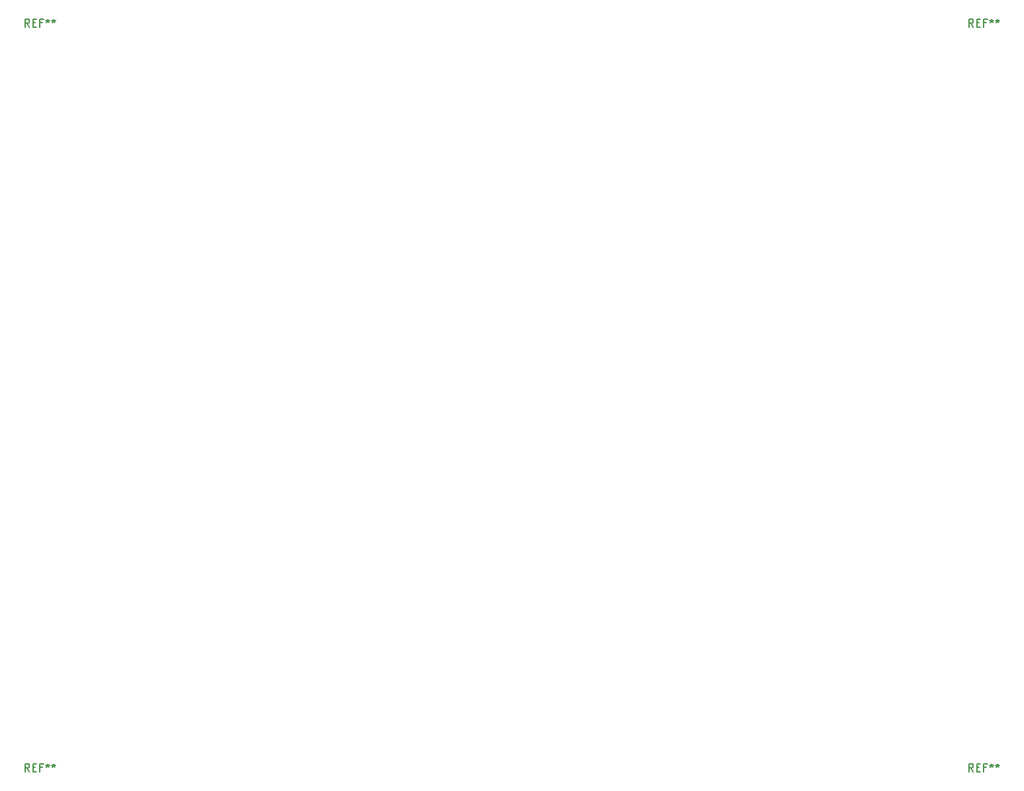
<source format=gbr>
%TF.GenerationSoftware,KiCad,Pcbnew,(5.1.10)-1*%
%TF.CreationDate,2021-08-05T22:39:10+03:00*%
%TF.ProjectId,plate-maker,706c6174-652d-46d6-916b-65722e6b6963,rev?*%
%TF.SameCoordinates,Original*%
%TF.FileFunction,Legend,Top*%
%TF.FilePolarity,Positive*%
%FSLAX46Y46*%
G04 Gerber Fmt 4.6, Leading zero omitted, Abs format (unit mm)*
G04 Created by KiCad (PCBNEW (5.1.10)-1) date 2021-08-05 22:39:10*
%MOMM*%
%LPD*%
G01*
G04 APERTURE LIST*
%ADD10C,0.150000*%
G04 APERTURE END LIST*
%TO.C,REF\u002A\u002A*%
D10*
X146304166Y-148589880D02*
X145970833Y-148113690D01*
X145732738Y-148589880D02*
X145732738Y-147589880D01*
X146113690Y-147589880D01*
X146208928Y-147637500D01*
X146256547Y-147685119D01*
X146304166Y-147780357D01*
X146304166Y-147923214D01*
X146256547Y-148018452D01*
X146208928Y-148066071D01*
X146113690Y-148113690D01*
X145732738Y-148113690D01*
X146732738Y-148066071D02*
X147066071Y-148066071D01*
X147208928Y-148589880D02*
X146732738Y-148589880D01*
X146732738Y-147589880D01*
X147208928Y-147589880D01*
X147970833Y-148066071D02*
X147637500Y-148066071D01*
X147637500Y-148589880D02*
X147637500Y-147589880D01*
X148113690Y-147589880D01*
X148637500Y-147589880D02*
X148637500Y-147827976D01*
X148399404Y-147732738D02*
X148637500Y-147827976D01*
X148875595Y-147732738D01*
X148494642Y-148018452D02*
X148637500Y-147827976D01*
X148780357Y-148018452D01*
X149399404Y-147589880D02*
X149399404Y-147827976D01*
X149161309Y-147732738D02*
X149399404Y-147827976D01*
X149637500Y-147732738D01*
X149256547Y-148018452D02*
X149399404Y-147827976D01*
X149542261Y-148018452D01*
X25654166Y-148589880D02*
X25320833Y-148113690D01*
X25082738Y-148589880D02*
X25082738Y-147589880D01*
X25463690Y-147589880D01*
X25558928Y-147637500D01*
X25606547Y-147685119D01*
X25654166Y-147780357D01*
X25654166Y-147923214D01*
X25606547Y-148018452D01*
X25558928Y-148066071D01*
X25463690Y-148113690D01*
X25082738Y-148113690D01*
X26082738Y-148066071D02*
X26416071Y-148066071D01*
X26558928Y-148589880D02*
X26082738Y-148589880D01*
X26082738Y-147589880D01*
X26558928Y-147589880D01*
X27320833Y-148066071D02*
X26987500Y-148066071D01*
X26987500Y-148589880D02*
X26987500Y-147589880D01*
X27463690Y-147589880D01*
X27987500Y-147589880D02*
X27987500Y-147827976D01*
X27749404Y-147732738D02*
X27987500Y-147827976D01*
X28225595Y-147732738D01*
X27844642Y-148018452D02*
X27987500Y-147827976D01*
X28130357Y-148018452D01*
X28749404Y-147589880D02*
X28749404Y-147827976D01*
X28511309Y-147732738D02*
X28749404Y-147827976D01*
X28987500Y-147732738D01*
X28606547Y-148018452D02*
X28749404Y-147827976D01*
X28892261Y-148018452D01*
X25654166Y-53339880D02*
X25320833Y-52863690D01*
X25082738Y-53339880D02*
X25082738Y-52339880D01*
X25463690Y-52339880D01*
X25558928Y-52387500D01*
X25606547Y-52435119D01*
X25654166Y-52530357D01*
X25654166Y-52673214D01*
X25606547Y-52768452D01*
X25558928Y-52816071D01*
X25463690Y-52863690D01*
X25082738Y-52863690D01*
X26082738Y-52816071D02*
X26416071Y-52816071D01*
X26558928Y-53339880D02*
X26082738Y-53339880D01*
X26082738Y-52339880D01*
X26558928Y-52339880D01*
X27320833Y-52816071D02*
X26987500Y-52816071D01*
X26987500Y-53339880D02*
X26987500Y-52339880D01*
X27463690Y-52339880D01*
X27987500Y-52339880D02*
X27987500Y-52577976D01*
X27749404Y-52482738D02*
X27987500Y-52577976D01*
X28225595Y-52482738D01*
X27844642Y-52768452D02*
X27987500Y-52577976D01*
X28130357Y-52768452D01*
X28749404Y-52339880D02*
X28749404Y-52577976D01*
X28511309Y-52482738D02*
X28749404Y-52577976D01*
X28987500Y-52482738D01*
X28606547Y-52768452D02*
X28749404Y-52577976D01*
X28892261Y-52768452D01*
X146304166Y-53339880D02*
X145970833Y-52863690D01*
X145732738Y-53339880D02*
X145732738Y-52339880D01*
X146113690Y-52339880D01*
X146208928Y-52387500D01*
X146256547Y-52435119D01*
X146304166Y-52530357D01*
X146304166Y-52673214D01*
X146256547Y-52768452D01*
X146208928Y-52816071D01*
X146113690Y-52863690D01*
X145732738Y-52863690D01*
X146732738Y-52816071D02*
X147066071Y-52816071D01*
X147208928Y-53339880D02*
X146732738Y-53339880D01*
X146732738Y-52339880D01*
X147208928Y-52339880D01*
X147970833Y-52816071D02*
X147637500Y-52816071D01*
X147637500Y-53339880D02*
X147637500Y-52339880D01*
X148113690Y-52339880D01*
X148637500Y-52339880D02*
X148637500Y-52577976D01*
X148399404Y-52482738D02*
X148637500Y-52577976D01*
X148875595Y-52482738D01*
X148494642Y-52768452D02*
X148637500Y-52577976D01*
X148780357Y-52768452D01*
X149399404Y-52339880D02*
X149399404Y-52577976D01*
X149161309Y-52482738D02*
X149399404Y-52577976D01*
X149637500Y-52482738D01*
X149256547Y-52768452D02*
X149399404Y-52577976D01*
X149542261Y-52768452D01*
%TD*%
M02*

</source>
